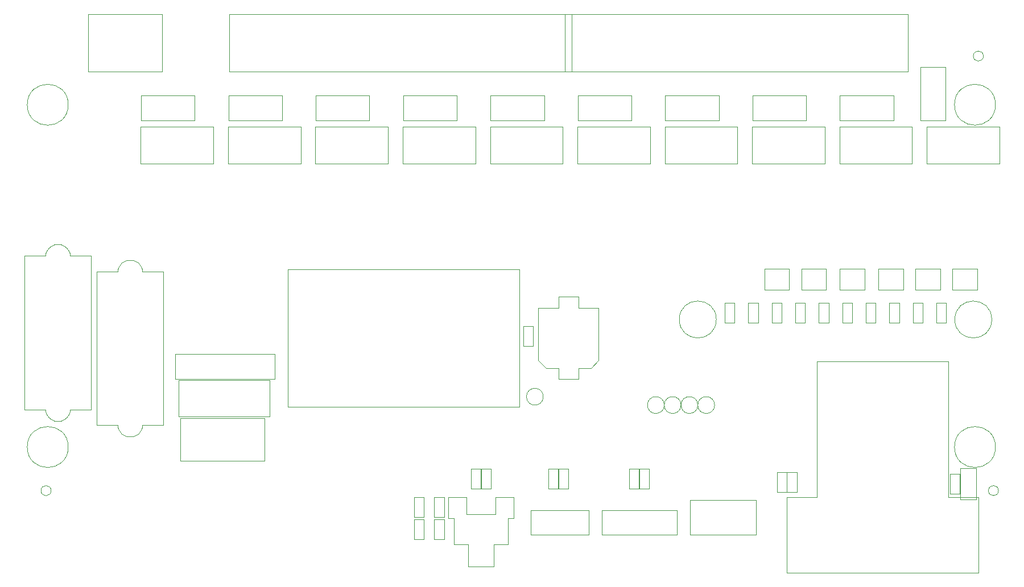
<source format=gbr>
G04 #@! TF.GenerationSoftware,KiCad,Pcbnew,(5.1.8)-1*
G04 #@! TF.CreationDate,2021-12-10T10:53:11+02:00*
G04 #@! TF.ProjectId,controller,636f6e74-726f-46c6-9c65-722e6b696361,rev?*
G04 #@! TF.SameCoordinates,Original*
G04 #@! TF.FileFunction,Other,User*
%FSLAX46Y46*%
G04 Gerber Fmt 4.6, Leading zero omitted, Abs format (unit mm)*
G04 Created by KiCad (PCBNEW (5.1.8)-1) date 2021-12-10 10:53:11*
%MOMM*%
%LPD*%
G01*
G04 APERTURE LIST*
%ADD10C,0.050000*%
G04 APERTURE END LIST*
D10*
G04 #@! TO.C,U1*
X176000000Y-84250000D02*
X176000000Y-104470000D01*
X176000000Y-84250000D02*
X156500000Y-84250000D01*
X156500000Y-104470000D02*
X156500000Y-84250000D01*
X180500000Y-115750000D02*
X152000000Y-115750000D01*
X180500000Y-115750000D02*
X180500000Y-104470000D01*
X152000000Y-115750000D02*
X152000000Y-104470000D01*
X180500000Y-104470000D02*
X176000000Y-104470000D01*
X156500000Y-104470000D02*
X152000000Y-104470000D01*
G04 #@! TO.C,RN2*
X159900000Y-73550000D02*
X159900000Y-70450000D01*
X159900000Y-73550000D02*
X163600000Y-73550000D01*
X163600000Y-70450000D02*
X159900000Y-70450000D01*
X163600000Y-70450000D02*
X163600000Y-73550000D01*
G04 #@! TO.C,RN3*
X165650000Y-73550000D02*
X165650000Y-70450000D01*
X165650000Y-73550000D02*
X169350000Y-73550000D01*
X169350000Y-70450000D02*
X165650000Y-70450000D01*
X169350000Y-70450000D02*
X169350000Y-73550000D01*
G04 #@! TO.C,RN5*
X171150000Y-73550000D02*
X171150000Y-70450000D01*
X171150000Y-73550000D02*
X174850000Y-73550000D01*
X174850000Y-70450000D02*
X171150000Y-70450000D01*
X174850000Y-70450000D02*
X174850000Y-73550000D01*
G04 #@! TO.C,TP5*
X115750000Y-89500000D02*
G75*
G03*
X115750000Y-89500000I-1250000J0D01*
G01*
G04 #@! TO.C,TP4*
X138750000Y-90750000D02*
G75*
G03*
X138750000Y-90750000I-1250000J0D01*
G01*
G04 #@! TO.C,TP3*
X141250000Y-90750000D02*
G75*
G03*
X141250000Y-90750000I-1250000J0D01*
G01*
G04 #@! TO.C,TP2*
X136250000Y-90750000D02*
G75*
G03*
X136250000Y-90750000I-1250000J0D01*
G01*
G04 #@! TO.C,TP1*
X133750000Y-90750000D02*
G75*
G03*
X133750000Y-90750000I-1250000J0D01*
G01*
G04 #@! TO.C,J6*
X59000000Y-41100000D02*
X59000000Y-32500000D01*
X59000000Y-32500000D02*
X48000000Y-32500000D01*
X48000000Y-32500000D02*
X48000000Y-41100000D01*
X48000000Y-41100000D02*
X59000000Y-41100000D01*
G04 #@! TO.C,J5*
X170000000Y-41100000D02*
X170000000Y-32500000D01*
X170000000Y-32500000D02*
X119000000Y-32500000D01*
X119000000Y-32500000D02*
X119000000Y-41100000D01*
X119000000Y-41100000D02*
X170000000Y-41100000D01*
G04 #@! TO.C,J4*
X120000000Y-41100000D02*
X120000000Y-32500000D01*
X120000000Y-32500000D02*
X69000000Y-32500000D01*
X69000000Y-32500000D02*
X69000000Y-41100000D01*
X69000000Y-41100000D02*
X120000000Y-41100000D01*
G04 #@! TO.C,R18*
X171900000Y-48350000D02*
X175600000Y-48350000D01*
X175600000Y-48350000D02*
X175600000Y-40370000D01*
X175600000Y-40370000D02*
X171900000Y-40370000D01*
X171900000Y-40370000D02*
X171900000Y-48350000D01*
G04 #@! TO.C,R17*
X159900000Y-44650000D02*
X159900000Y-48350000D01*
X159900000Y-48350000D02*
X167880000Y-48350000D01*
X167880000Y-48350000D02*
X167880000Y-44650000D01*
X167880000Y-44650000D02*
X159900000Y-44650000D01*
G04 #@! TO.C,R16*
X146900000Y-44650000D02*
X146900000Y-48350000D01*
X146900000Y-48350000D02*
X154880000Y-48350000D01*
X154880000Y-48350000D02*
X154880000Y-44650000D01*
X154880000Y-44650000D02*
X146900000Y-44650000D01*
G04 #@! TO.C,R15*
X133900000Y-44650000D02*
X133900000Y-48350000D01*
X133900000Y-48350000D02*
X141880000Y-48350000D01*
X141880000Y-48350000D02*
X141880000Y-44650000D01*
X141880000Y-44650000D02*
X133900000Y-44650000D01*
G04 #@! TO.C,R14*
X120900000Y-44650000D02*
X120900000Y-48350000D01*
X120900000Y-48350000D02*
X128880000Y-48350000D01*
X128880000Y-48350000D02*
X128880000Y-44650000D01*
X128880000Y-44650000D02*
X120900000Y-44650000D01*
G04 #@! TO.C,R13*
X107900000Y-44650000D02*
X107900000Y-48350000D01*
X107900000Y-48350000D02*
X115880000Y-48350000D01*
X115880000Y-48350000D02*
X115880000Y-44650000D01*
X115880000Y-44650000D02*
X107900000Y-44650000D01*
G04 #@! TO.C,R12*
X94900000Y-44650000D02*
X94900000Y-48350000D01*
X94900000Y-48350000D02*
X102880000Y-48350000D01*
X102880000Y-48350000D02*
X102880000Y-44650000D01*
X102880000Y-44650000D02*
X94900000Y-44650000D01*
G04 #@! TO.C,R11*
X81900000Y-44650000D02*
X81900000Y-48350000D01*
X81900000Y-48350000D02*
X89880000Y-48350000D01*
X89880000Y-48350000D02*
X89880000Y-44650000D01*
X89880000Y-44650000D02*
X81900000Y-44650000D01*
G04 #@! TO.C,R10*
X68900000Y-44650000D02*
X68900000Y-48350000D01*
X68900000Y-48350000D02*
X76880000Y-48350000D01*
X76880000Y-48350000D02*
X76880000Y-44650000D01*
X76880000Y-44650000D02*
X68900000Y-44650000D01*
G04 #@! TO.C,R9*
X55900000Y-44650000D02*
X55900000Y-48350000D01*
X55900000Y-48350000D02*
X63880000Y-48350000D01*
X63880000Y-48350000D02*
X63880000Y-44650000D01*
X63880000Y-44650000D02*
X55900000Y-44650000D01*
G04 #@! TO.C,R2*
X60950000Y-83150000D02*
X60950000Y-86850000D01*
X60950000Y-86850000D02*
X75750000Y-86850000D01*
X75750000Y-86850000D02*
X75750000Y-83150000D01*
X75750000Y-83150000D02*
X60950000Y-83150000D01*
G04 #@! TO.C,J1*
X113910000Y-110050000D02*
X122560000Y-110050000D01*
X122560000Y-110050000D02*
X122560000Y-106450000D01*
X122560000Y-106450000D02*
X113910000Y-106450000D01*
X113910000Y-106450000D02*
X113910000Y-110050000D01*
G04 #@! TO.C,C4*
X115000000Y-76250000D02*
X118000000Y-76250000D01*
X118000000Y-76250000D02*
X118000000Y-74600000D01*
X118000000Y-74600000D02*
X121000000Y-74600000D01*
X121000000Y-74600000D02*
X121000000Y-76250000D01*
X121000000Y-76250000D02*
X124000000Y-76250000D01*
X124000000Y-84100000D02*
X124000000Y-76250000D01*
X115000000Y-84100000D02*
X115000000Y-76250000D01*
X122850000Y-85250000D02*
X124000000Y-84100000D01*
X116150000Y-85250000D02*
X115000000Y-84100000D01*
X116150000Y-85250000D02*
X118000000Y-85250000D01*
X121000000Y-85250000D02*
X122850000Y-85250000D01*
X118000000Y-85250000D02*
X118000000Y-86900000D01*
X118000000Y-86900000D02*
X121000000Y-86900000D01*
X121000000Y-86900000D02*
X121000000Y-85250000D01*
G04 #@! TO.C,SW1*
X108650000Y-104500000D02*
X111350000Y-104500000D01*
X111350000Y-104500000D02*
X111350000Y-107600000D01*
X111350000Y-107600000D02*
X110500000Y-107600000D01*
X110500000Y-107600000D02*
X110500000Y-111550000D01*
X104350000Y-104500000D02*
X101650000Y-104500000D01*
X101650000Y-104500000D02*
X101650000Y-107650000D01*
X101650000Y-107650000D02*
X102500000Y-107650000D01*
X102500000Y-107650000D02*
X102500000Y-111550000D01*
X108650000Y-107050000D02*
X104350000Y-107050000D01*
X102500000Y-111550000D02*
X104600000Y-111550000D01*
X104600000Y-111550000D02*
X104600000Y-114850000D01*
X104600000Y-114850000D02*
X108400000Y-114850000D01*
X108400000Y-114850000D02*
X108400000Y-111550000D01*
X108400000Y-111550000D02*
X110500000Y-111550000D01*
X108650000Y-104500000D02*
X108650000Y-107050000D01*
X104350000Y-107050000D02*
X104350000Y-104500000D01*
G04 #@! TO.C,PS1*
X77700000Y-91000000D02*
X112200000Y-91000000D01*
X112200000Y-91000000D02*
X112200000Y-70500000D01*
X112200000Y-70500000D02*
X77700000Y-70500000D01*
X77700000Y-70500000D02*
X77700000Y-91000000D01*
G04 #@! TO.C,H5*
X182500000Y-78000000D02*
G75*
G03*
X182500000Y-78000000I-2750000J0D01*
G01*
G04 #@! TO.C,H3*
X141500000Y-78000000D02*
G75*
G03*
X141500000Y-78000000I-2750000J0D01*
G01*
G04 #@! TO.C,RN1*
X152350000Y-70450000D02*
X152350000Y-73550000D01*
X152350000Y-70450000D02*
X148650000Y-70450000D01*
X148650000Y-73550000D02*
X152350000Y-73550000D01*
X148650000Y-73550000D02*
X148650000Y-70450000D01*
G04 #@! TO.C,C11*
X92650000Y-49250000D02*
X81840000Y-49250000D01*
X92650000Y-54750000D02*
X92650000Y-49250000D01*
X81840000Y-54750000D02*
X92650000Y-54750000D01*
X81840000Y-49250000D02*
X81840000Y-54750000D01*
G04 #@! TO.C,C18*
X183650000Y-49250000D02*
X172840000Y-49250000D01*
X183650000Y-54750000D02*
X183650000Y-49250000D01*
X172840000Y-54750000D02*
X183650000Y-54750000D01*
X172840000Y-49250000D02*
X172840000Y-54750000D01*
G04 #@! TO.C,C17*
X170650000Y-49250000D02*
X159840000Y-49250000D01*
X170650000Y-54750000D02*
X170650000Y-49250000D01*
X159840000Y-54750000D02*
X170650000Y-54750000D01*
X159840000Y-49250000D02*
X159840000Y-54750000D01*
G04 #@! TO.C,C16*
X157650000Y-49250000D02*
X146840000Y-49250000D01*
X157650000Y-54750000D02*
X157650000Y-49250000D01*
X146840000Y-54750000D02*
X157650000Y-54750000D01*
X146840000Y-49250000D02*
X146840000Y-54750000D01*
G04 #@! TO.C,C15*
X144650000Y-49250000D02*
X133840000Y-49250000D01*
X144650000Y-54750000D02*
X144650000Y-49250000D01*
X133840000Y-54750000D02*
X144650000Y-54750000D01*
X133840000Y-49250000D02*
X133840000Y-54750000D01*
G04 #@! TO.C,C14*
X131650000Y-49250000D02*
X120840000Y-49250000D01*
X131650000Y-54750000D02*
X131650000Y-49250000D01*
X120840000Y-54750000D02*
X131650000Y-54750000D01*
X120840000Y-49250000D02*
X120840000Y-54750000D01*
G04 #@! TO.C,C13*
X118650000Y-49250000D02*
X107840000Y-49250000D01*
X118650000Y-54750000D02*
X118650000Y-49250000D01*
X107840000Y-54750000D02*
X118650000Y-54750000D01*
X107840000Y-49250000D02*
X107840000Y-54750000D01*
G04 #@! TO.C,C12*
X105650000Y-49250000D02*
X94840000Y-49250000D01*
X105650000Y-54750000D02*
X105650000Y-49250000D01*
X94840000Y-54750000D02*
X105650000Y-54750000D01*
X94840000Y-49250000D02*
X94840000Y-54750000D01*
G04 #@! TO.C,C10*
X79650000Y-49250000D02*
X68840000Y-49250000D01*
X79650000Y-54750000D02*
X79650000Y-49250000D01*
X68840000Y-54750000D02*
X79650000Y-54750000D01*
X68840000Y-49250000D02*
X68840000Y-54750000D01*
G04 #@! TO.C,C9*
X66650000Y-49250000D02*
X55840000Y-49250000D01*
X66650000Y-54750000D02*
X66650000Y-49250000D01*
X55840000Y-54750000D02*
X66650000Y-54750000D01*
X55840000Y-49250000D02*
X55840000Y-54750000D01*
G04 #@! TO.C,H6*
X45050000Y-97000000D02*
G75*
G03*
X45050000Y-97000000I-3050000J0D01*
G01*
G04 #@! TO.C,H4*
X183050000Y-97000000D02*
G75*
G03*
X183050000Y-97000000I-3050000J0D01*
G01*
G04 #@! TO.C,H2*
X183050000Y-46000000D02*
G75*
G03*
X183050000Y-46000000I-3050000J0D01*
G01*
G04 #@! TO.C,H1*
X45050000Y-46000000D02*
G75*
G03*
X45050000Y-46000000I-3050000J0D01*
G01*
G04 #@! TO.C,C2*
X75000000Y-92500000D02*
X75000000Y-87000000D01*
X75000000Y-87000000D02*
X61500000Y-87000000D01*
X61500000Y-87000000D02*
X61500000Y-92500000D01*
X61500000Y-92500000D02*
X75000000Y-92500000D01*
G04 #@! TO.C,J2*
X124450000Y-110050000D02*
X135650000Y-110050000D01*
X135650000Y-110050000D02*
X135650000Y-106450000D01*
X135650000Y-106450000D02*
X124450000Y-106450000D01*
X124450000Y-106450000D02*
X124450000Y-110050000D01*
G04 #@! TO.C,F2*
X49300000Y-70850000D02*
X52400000Y-70850000D01*
X49300000Y-93750000D02*
X49300000Y-70850000D01*
X59200000Y-70850000D02*
X59200000Y-93750000D01*
X56100000Y-70850000D02*
X59200000Y-70850000D01*
X56100000Y-93750000D02*
X59200000Y-93750000D01*
X52400000Y-93750000D02*
X49300000Y-93750000D01*
X56100000Y-93750000D02*
X56100000Y-94000000D01*
X53800000Y-95450000D02*
X54700000Y-95450000D01*
X54700000Y-95450000D02*
X55500000Y-95050000D01*
X55500000Y-95050000D02*
X56000000Y-94350000D01*
X56000000Y-94350000D02*
X56100000Y-94000000D01*
X52400000Y-93750000D02*
X52400000Y-94000000D01*
X52400000Y-94000000D02*
X52500000Y-94350000D01*
X52500000Y-94350000D02*
X53000000Y-95050000D01*
X53000000Y-95050000D02*
X53800000Y-95450000D01*
X56100000Y-70850000D02*
X56100000Y-70600000D01*
X56100000Y-70600000D02*
X56000000Y-70250000D01*
X56000000Y-70250000D02*
X55500000Y-69550000D01*
X54700000Y-69150000D02*
X53800000Y-69150000D01*
X53000000Y-69550000D02*
X52500000Y-70250000D01*
X52500000Y-70250000D02*
X52400000Y-70600000D01*
X52400000Y-70600000D02*
X52400000Y-70850000D01*
X53000000Y-69550000D02*
X53800000Y-69150000D01*
X54700000Y-69150000D02*
X55500000Y-69550000D01*
G04 #@! TO.C,F1*
X48450000Y-91400000D02*
X45350000Y-91400000D01*
X48450000Y-68500000D02*
X48450000Y-91400000D01*
X38550000Y-91400000D02*
X38550000Y-68500000D01*
X41650000Y-91400000D02*
X38550000Y-91400000D01*
X41650000Y-68500000D02*
X38550000Y-68500000D01*
X45350000Y-68500000D02*
X48450000Y-68500000D01*
X41650000Y-68500000D02*
X41650000Y-68250000D01*
X43950000Y-66800000D02*
X43050000Y-66800000D01*
X43050000Y-66800000D02*
X42250000Y-67200000D01*
X42250000Y-67200000D02*
X41750000Y-67900000D01*
X41750000Y-67900000D02*
X41650000Y-68250000D01*
X45350000Y-68500000D02*
X45350000Y-68250000D01*
X45350000Y-68250000D02*
X45250000Y-67900000D01*
X45250000Y-67900000D02*
X44750000Y-67200000D01*
X44750000Y-67200000D02*
X43950000Y-66800000D01*
X41650000Y-91400000D02*
X41650000Y-91650000D01*
X41650000Y-91650000D02*
X41750000Y-92000000D01*
X41750000Y-92000000D02*
X42250000Y-92700000D01*
X43050000Y-93100000D02*
X43950000Y-93100000D01*
X44750000Y-92700000D02*
X45250000Y-92000000D01*
X45250000Y-92000000D02*
X45350000Y-91650000D01*
X45350000Y-91650000D02*
X45350000Y-91400000D01*
X44750000Y-92700000D02*
X43950000Y-93100000D01*
X43050000Y-93100000D02*
X42250000Y-92700000D01*
G04 #@! TO.C,J3*
X137600000Y-110100000D02*
X147400000Y-110100000D01*
X137600000Y-104900000D02*
X137600000Y-110100000D01*
X147400000Y-104900000D02*
X137600000Y-104900000D01*
X147400000Y-110100000D02*
X147400000Y-104900000D01*
G04 #@! TO.C,RV1*
X74250000Y-92750000D02*
X61750000Y-92750000D01*
X74250000Y-99050000D02*
X61750000Y-99050000D01*
X61750000Y-99050000D02*
X61750000Y-92750000D01*
X74250000Y-99050000D02*
X74250000Y-92750000D01*
G04 #@! TO.C,RN6*
X176650000Y-73550000D02*
X176650000Y-70450000D01*
X176650000Y-73550000D02*
X180350000Y-73550000D01*
X180350000Y-70450000D02*
X176650000Y-70450000D01*
X180350000Y-70450000D02*
X180350000Y-73550000D01*
G04 #@! TO.C,RN4*
X154150000Y-73550000D02*
X154150000Y-70450000D01*
X154150000Y-73550000D02*
X157850000Y-73550000D01*
X157850000Y-70450000D02*
X154150000Y-70450000D01*
X157850000Y-70450000D02*
X157850000Y-73550000D01*
G04 #@! TO.C,R8*
X100980000Y-107480000D02*
X99520000Y-107480000D01*
X99520000Y-107480000D02*
X99520000Y-104520000D01*
X99520000Y-104520000D02*
X100980000Y-104520000D01*
X100980000Y-104520000D02*
X100980000Y-107480000D01*
G04 #@! TO.C,R7*
X119480000Y-103230000D02*
X118020000Y-103230000D01*
X118020000Y-103230000D02*
X118020000Y-100270000D01*
X118020000Y-100270000D02*
X119480000Y-100270000D01*
X119480000Y-100270000D02*
X119480000Y-103230000D01*
G04 #@! TO.C,R6*
X97980000Y-107480000D02*
X96520000Y-107480000D01*
X96520000Y-107480000D02*
X96520000Y-104520000D01*
X96520000Y-104520000D02*
X97980000Y-104520000D01*
X97980000Y-104520000D02*
X97980000Y-107480000D01*
G04 #@! TO.C,R5*
X107980000Y-103230000D02*
X106520000Y-103230000D01*
X106520000Y-103230000D02*
X106520000Y-100270000D01*
X106520000Y-100270000D02*
X107980000Y-100270000D01*
X107980000Y-100270000D02*
X107980000Y-103230000D01*
G04 #@! TO.C,R4*
X128520000Y-100270000D02*
X129980000Y-100270000D01*
X129980000Y-100270000D02*
X129980000Y-103230000D01*
X129980000Y-103230000D02*
X128520000Y-103230000D01*
X128520000Y-103230000D02*
X128520000Y-100270000D01*
G04 #@! TO.C,R3*
X130020000Y-100270000D02*
X131480000Y-100270000D01*
X131480000Y-100270000D02*
X131480000Y-103230000D01*
X131480000Y-103230000D02*
X130020000Y-103230000D01*
X130020000Y-103230000D02*
X130020000Y-100270000D01*
G04 #@! TO.C,R1*
X150520000Y-100770000D02*
X151980000Y-100770000D01*
X151980000Y-100770000D02*
X151980000Y-103730000D01*
X151980000Y-103730000D02*
X150520000Y-103730000D01*
X150520000Y-103730000D02*
X150520000Y-100770000D01*
G04 #@! TO.C,FID3*
X181250000Y-38750000D02*
G75*
G03*
X181250000Y-38750000I-750000J0D01*
G01*
G04 #@! TO.C,FID2*
X183500000Y-103500000D02*
G75*
G03*
X183500000Y-103500000I-750000J0D01*
G01*
G04 #@! TO.C,FID1*
X42500000Y-103500000D02*
G75*
G03*
X42500000Y-103500000I-750000J0D01*
G01*
G04 #@! TO.C,D12*
X174270000Y-75520000D02*
X175730000Y-75520000D01*
X175730000Y-75520000D02*
X175730000Y-78480000D01*
X175730000Y-78480000D02*
X174270000Y-78480000D01*
X174270000Y-78480000D02*
X174270000Y-75520000D01*
G04 #@! TO.C,D11*
X170770000Y-75520000D02*
X172230000Y-75520000D01*
X172230000Y-75520000D02*
X172230000Y-78480000D01*
X172230000Y-78480000D02*
X170770000Y-78480000D01*
X170770000Y-78480000D02*
X170770000Y-75520000D01*
G04 #@! TO.C,D10*
X167270000Y-75520000D02*
X168730000Y-75520000D01*
X168730000Y-75520000D02*
X168730000Y-78480000D01*
X168730000Y-78480000D02*
X167270000Y-78480000D01*
X167270000Y-78480000D02*
X167270000Y-75520000D01*
G04 #@! TO.C,D9*
X163770000Y-75520000D02*
X165230000Y-75520000D01*
X165230000Y-75520000D02*
X165230000Y-78480000D01*
X165230000Y-78480000D02*
X163770000Y-78480000D01*
X163770000Y-78480000D02*
X163770000Y-75520000D01*
G04 #@! TO.C,D8*
X160270000Y-75520000D02*
X161730000Y-75520000D01*
X161730000Y-75520000D02*
X161730000Y-78480000D01*
X161730000Y-78480000D02*
X160270000Y-78480000D01*
X160270000Y-78480000D02*
X160270000Y-75520000D01*
G04 #@! TO.C,D7*
X156770000Y-75520000D02*
X158230000Y-75520000D01*
X158230000Y-75520000D02*
X158230000Y-78480000D01*
X158230000Y-78480000D02*
X156770000Y-78480000D01*
X156770000Y-78480000D02*
X156770000Y-75520000D01*
G04 #@! TO.C,D6*
X153270000Y-75520000D02*
X154730000Y-75520000D01*
X154730000Y-75520000D02*
X154730000Y-78480000D01*
X154730000Y-78480000D02*
X153270000Y-78480000D01*
X153270000Y-78480000D02*
X153270000Y-75520000D01*
G04 #@! TO.C,D5*
X149770000Y-75520000D02*
X151230000Y-75520000D01*
X151230000Y-75520000D02*
X151230000Y-78480000D01*
X151230000Y-78480000D02*
X149770000Y-78480000D01*
X149770000Y-78480000D02*
X149770000Y-75520000D01*
G04 #@! TO.C,D4*
X146270000Y-75520000D02*
X147730000Y-75520000D01*
X147730000Y-75520000D02*
X147730000Y-78480000D01*
X147730000Y-78480000D02*
X146270000Y-78480000D01*
X146270000Y-78480000D02*
X146270000Y-75520000D01*
G04 #@! TO.C,D3*
X142770000Y-75520000D02*
X144230000Y-75520000D01*
X144230000Y-75520000D02*
X144230000Y-78480000D01*
X144230000Y-78480000D02*
X142770000Y-78480000D01*
X142770000Y-78480000D02*
X142770000Y-75520000D01*
G04 #@! TO.C,D2*
X100980000Y-110730000D02*
X99520000Y-110730000D01*
X99520000Y-110730000D02*
X99520000Y-107770000D01*
X99520000Y-107770000D02*
X100980000Y-107770000D01*
X100980000Y-107770000D02*
X100980000Y-110730000D01*
G04 #@! TO.C,D1*
X97980000Y-110730000D02*
X96520000Y-110730000D01*
X96520000Y-110730000D02*
X96520000Y-107770000D01*
X96520000Y-107770000D02*
X97980000Y-107770000D01*
X97980000Y-107770000D02*
X97980000Y-110730000D01*
G04 #@! TO.C,C8*
X116520000Y-100270000D02*
X117980000Y-100270000D01*
X117980000Y-100270000D02*
X117980000Y-103230000D01*
X117980000Y-103230000D02*
X116520000Y-103230000D01*
X116520000Y-103230000D02*
X116520000Y-100270000D01*
G04 #@! TO.C,C7*
X105020000Y-100270000D02*
X106480000Y-100270000D01*
X106480000Y-100270000D02*
X106480000Y-103230000D01*
X106480000Y-103230000D02*
X105020000Y-103230000D01*
X105020000Y-103230000D02*
X105020000Y-100270000D01*
G04 #@! TO.C,C6*
X176270000Y-101020000D02*
X177730000Y-101020000D01*
X177730000Y-101020000D02*
X177730000Y-103980000D01*
X177730000Y-103980000D02*
X176270000Y-103980000D01*
X176270000Y-103980000D02*
X176270000Y-101020000D01*
G04 #@! TO.C,C5*
X177850000Y-100200000D02*
X180150000Y-100200000D01*
X180150000Y-100200000D02*
X180150000Y-104800000D01*
X180150000Y-104800000D02*
X177850000Y-104800000D01*
X177850000Y-104800000D02*
X177850000Y-100200000D01*
G04 #@! TO.C,C3*
X114230000Y-81980000D02*
X112770000Y-81980000D01*
X112770000Y-81980000D02*
X112770000Y-79020000D01*
X112770000Y-79020000D02*
X114230000Y-79020000D01*
X114230000Y-79020000D02*
X114230000Y-81980000D01*
G04 #@! TO.C,C1*
X152020000Y-100770000D02*
X153480000Y-100770000D01*
X153480000Y-100770000D02*
X153480000Y-103730000D01*
X153480000Y-103730000D02*
X152020000Y-103730000D01*
X152020000Y-103730000D02*
X152020000Y-100770000D01*
G04 #@! TD*
M02*

</source>
